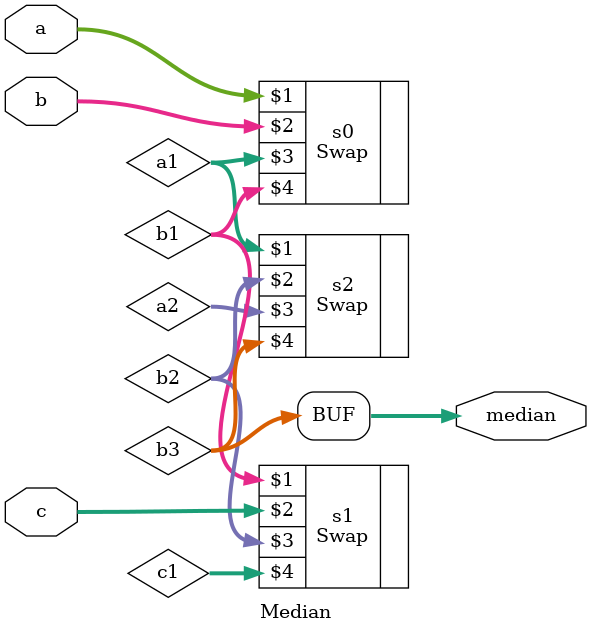
<source format=v>

`include "Swap.v"

module Median(a,b,c,median);
	input [7:0] a,b,c;
	output [7:0] median;
	wire [7:0] a1,b1,c1,b2,a2,b3;
	
	Swap s0(a,b,a1,b1);
	Swap s1(b1,c,b2,c1);
	Swap s2(a1,b2,a2,b3);
	assign median = b3;
	
endmodule 


</source>
